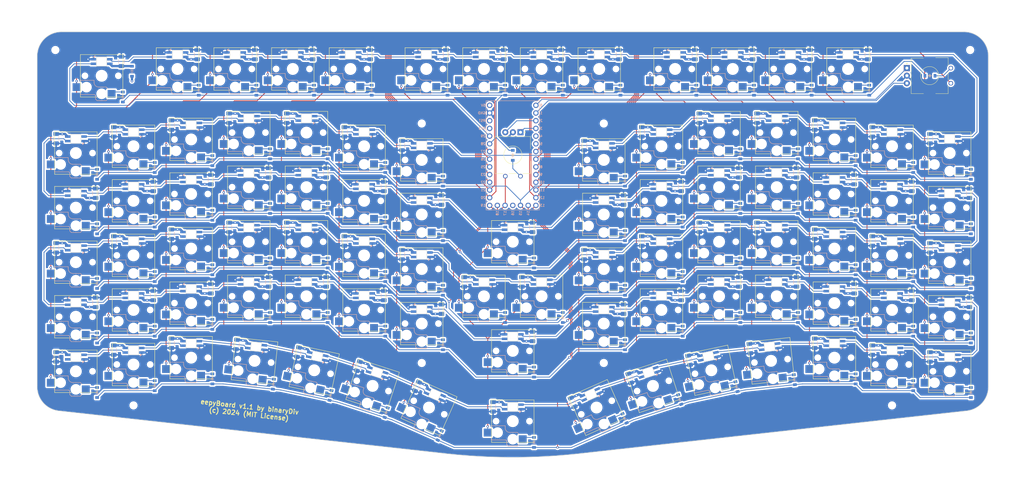
<source format=kicad_pcb>
(kicad_pcb
	(version 20240108)
	(generator "pcbnew")
	(generator_version "8.0")
	(general
		(thickness 1.6)
		(legacy_teardrops no)
	)
	(paper "A3")
	(title_block
		(title "eepyboard")
		(rev "1.1")
		(company "binaryDiv")
	)
	(layers
		(0 "F.Cu" signal)
		(1 "In1.Cu" power)
		(2 "In2.Cu" power)
		(31 "B.Cu" signal)
		(32 "B.Adhes" user "B.Adhesive")
		(33 "F.Adhes" user "F.Adhesive")
		(34 "B.Paste" user)
		(35 "F.Paste" user)
		(36 "B.SilkS" user "B.Silkscreen")
		(37 "F.SilkS" user "F.Silkscreen")
		(38 "B.Mask" user)
		(39 "F.Mask" user)
		(40 "Dwgs.User" user "User.Drawings")
		(41 "Cmts.User" user "User.Comments")
		(42 "Eco1.User" user "User.Eco1")
		(43 "Eco2.User" user "User.Eco2")
		(44 "Edge.Cuts" user)
		(45 "Margin" user)
		(46 "B.CrtYd" user "B.Courtyard")
		(47 "F.CrtYd" user "F.Courtyard")
		(48 "B.Fab" user)
		(49 "F.Fab" user)
	)
	(setup
		(stackup
			(layer "F.SilkS"
				(type "Top Silk Screen")
			)
			(layer "F.Paste"
				(type "Top Solder Paste")
			)
			(layer "F.Mask"
				(type "Top Solder Mask")
				(thickness 0.01)
			)
			(layer "F.Cu"
				(type "copper")
				(thickness 0.035)
			)
			(layer "dielectric 1"
				(type "prepreg")
				(thickness 0.1)
				(material "FR4")
				(epsilon_r 4.5)
				(loss_tangent 0.02)
			)
			(layer "In1.Cu"
				(type "copper")
				(thickness 0.035)
			)
			(layer "dielectric 2"
				(type "core")
				(thickness 1.24)
				(material "FR4")
				(epsilon_r 4.5)
				(loss_tangent 0.02)
			)
			(layer "In2.Cu"
				(type "copper")
				(thickness 0.035)
			)
			(layer "dielectric 3"
				(type "prepreg")
				(thickness 0.1)
				(material "FR4")
				(epsilon_r 4.5)
				(loss_tangent 0.02)
			)
			(layer "B.Cu"
				(type "copper")
				(thickness 0.035)
			)
			(layer "B.Mask"
				(type "Bottom Solder Mask")
				(thickness 0.01)
			)
			(layer "B.Paste"
				(type "Bottom Solder Paste")
			)
			(layer "B.SilkS"
				(type "Bottom Silk Screen")
			)
			(copper_finish "None")
			(dielectric_constraints no)
		)
		(pad_to_mask_clearance 0.05)
		(allow_soldermask_bridges_in_footprints no)
		(grid_origin 150.947813 96.5983)
		(pcbplotparams
			(layerselection 0x00010fc_ffffffff)
			(plot_on_all_layers_selection 0x0000000_00000000)
			(disableapertmacros no)
			(usegerberextensions no)
			(usegerberattributes yes)
			(usegerberadvancedattributes yes)
			(creategerberjobfile yes)
			(dashed_line_dash_ratio 12.000000)
			(dashed_line_gap_ratio 3.000000)
			(svgprecision 4)
			(plotframeref no)
			(viasonmask no)
			(mode 1)
			(useauxorigin no)
			(hpglpennumber 1)
			(hpglpenspeed 20)
			(hpglpendiameter 15.000000)
			(pdf_front_fp_property_popups yes)
			(pdf_back_fp_property_popups yes)
			(dxfpolygonmode yes)
			(dxfimperialunits yes)
			(dxfusepcbnewfont yes)
			(psnegative no)
			(psa4output no)
			(plotreference yes)
			(plotvalue yes)
			(plotfptext yes)
			(plotinvisibletext no)
			(sketchpadsonfab no)
			(subtractmaskfromsilk no)
			(outputformat 1)
			(mirror no)
			(drillshape 1)
			(scaleselection 1)
			(outputdirectory "")
		)
	)
	(net 0 "")
	(net 1 "rotary_top_right_a")
	(net 2 "rotary_top_right_b")
	(net 3 "rotary_center_b")
	(net 4 "rotary_center_a")
	(net 5 "GP4")
	(net 6 "GP5")
	(net 7 "COL15")
	(net 8 "COL14")
	(net 9 "COL13")
	(net 10 "COL12")
	(net 11 "COL11")
	(net 12 "COL10")
	(net 13 "COL9")
	(net 14 "ROW1")
	(net 15 "ROW2")
	(net 16 "ROW5")
	(net 17 "GP16")
	(net 18 "COL8")
	(net 19 "ROW4")
	(net 20 "VCC")
	(net 21 "GND")
	(net 22 "RST")
	(net 23 "3V3")
	(net 24 "led_din_function_esc")
	(net 25 "ROW6")
	(net 26 "COL1")
	(net 27 "COL2")
	(net 28 "COL3")
	(net 29 "COL4")
	(net 30 "COL5")
	(net 31 "COL6")
	(net 32 "COL7")
	(net 33 "ROW3")
	(net 34 "diode_main_left_mods")
	(net 35 "diode_main_left_bottom")
	(net 36 "diode_main_left_home")
	(net 37 "diode_main_left_top")
	(net 38 "diode_main_left_numbers")
	(net 39 "diode_main_zero_mods")
	(net 40 "diode_main_zero_bottom")
	(net 41 "diode_main_zero_home")
	(net 42 "diode_main_zero_top")
	(net 43 "diode_main_zero_numbers")
	(net 44 "diode_main_one_mods")
	(net 45 "diode_main_one_bottom")
	(net 46 "diode_main_one_home")
	(net 47 "diode_main_one_top")
	(net 48 "diode_main_one_numbers")
	(net 49 "diode_main_two_bottom")
	(net 50 "diode_main_two_home")
	(net 51 "diode_main_two_top")
	(net 52 "diode_main_two_numbers")
	(net 53 "diode_main_three_bottom")
	(net 54 "diode_main_three_home")
	(net 55 "diode_main_three_top")
	(net 56 "diode_main_three_numbers")
	(net 57 "diode_main_four_bottom")
	(net 58 "diode_main_four_home")
	(net 59 "diode_main_four_top")
	(net 60 "diode_main_four_numbers")
	(net 61 "diode_main_five_bottom")
	(net 62 "diode_main_five_home")
	(net 63 "diode_main_five_top")
	(net 64 "diode_main_five_numbers")
	(net 65 "diode_main_six_bottom")
	(net 66 "diode_main_six_home")
	(net 67 "diode_main_six_top")
	(net 68 "diode_main_six_numbers")
	(net 69 "diode_main_seven_bottom")
	(net 70 "diode_main_seven_home")
	(net 71 "diode_main_seven_top")
	(net 72 "diode_main_seven_numbers")
	(net 73 "diode_main_eight_bottom")
	(net 74 "diode_main_eight_home")
	(net 75 "diode_main_eight_top")
	(net 76 "diode_main_eight_numbers")
	(net 77 "diode_main_nine_bottom")
	(net 78 "diode_main_nine_home")
	(net 79 "diode_main_nine_top")
	(net 80 "diode_main_nine_numbers")
	(net 81 "diode_main_ten_mods")
	(net 82 "diode_main_ten_bottom")
	(net 83 "diode_main_ten_home")
	(net 84 "diode_main_ten_top")
	(net 85 "diode_main_ten_numbers")
	(net 86 "diode_main_eleven_mods")
	(net 87 "diode_main_eleven_bottom")
	(net 88 "diode_main_eleven_home")
	(net 89 "diode_main_eleven_top")
	(net 90 "diode_main_eleven_numbers")
	(net 91 "diode_main_twelve_mods")
	(net 92 "diode_main_twelve_bottom")
	(net 93 "diode_main_twelve_home")
	(net 94 "diode_main_twelve_top")
	(net 95 "diode_main_twelve_numbers")
	(net 96 "diode_thumb_one")
	(net 97 "diode_thumb_two")
	(net 98 "diode_thumb_three")
	(net 99 "diode_thumb_four")
	(net 100 "diode_mirror_thumb_one")
	(net 101 "diode_mirror_thumb_two")
	(net 102 "diode_mirror_thumb_three")
	(net 103 "diode_mirror_thumb_four")
	(net 104 "diode_thumb_center")
	(net 105 "diode_arrow_keys_down")
	(net 106 "diode_arrow_keys_left")
	(net 107 "diode_arrow_keys_up")
	(net 108 "diode_arrow_keys_right")
	(net 109 "diode_function_esc")
	(net 110 "diode_function_f1")
	(net 111 "diode_function_f2")
	(net 112 "diode_function_f3")
	(net 113 "diode_function_f4")
	(net 114 "diode_function_f5")
	(net 115 "diode_function_f6")
	(net 116 "diode_function_f7")
	(net 117 "diode_function_f8")
	(net 118 "diode_function_f9")
	(net 119 "diode_function_f10")
	(net 120 "diode_function_f11")
	(net 121 "diode_function_f12")
	(net 122 "diode_rotary_center")
	(net 123 "diode_rotary_top_right")
	(net 124 "led_din_main_left_mods")
	(net 125 "led_din_END_OF_CHAIN")
	(net 126 "led_din_main_left_home")
	(net 127 "led_din_main_left_bottom")
	(net 128 "led_din_main_left_numbers")
	(net 129 "led_din_main_left_top")
	(net 130 "led_din_main_zero_mods")
	(net 131 "led_din_main_zero_home")
	(net 132 "led_din_main_zero_numbers")
	(net 133 "led_din_main_one_mods")
	(net 134 "led_din_main_one_home")
	(net 135 "led_din_main_one_numbers")
	(net 136 "led_din_main_two_home")
	(net 137 "led_din_main_two_numbers")
	(net 138 "led_din_main_three_home")
	(net 139 "led_din_main_three_numbers")
	(net 140 "led_din_main_four_home")
	(net 141 "led_din_main_four_numbers")
	(net 142 "led_din_main_five_home")
	(net 143 "led_din_main_five_numbers")
	(net 144 "led_din_main_six_home")
	(net 145 "led_din_arrow_keys_right")
	(net 146 "led_din_main_six_numbers")
	(net 147 "led_din_main_seven_home")
	(net 148 "led_din_main_seven_numbers")
	(net 149 "led_din_main_eight_home")
	(net 150 "led_din_main_eight_numbers")
	(net 151 "led_din_main_nine_home")
	(net 152 "led_din_main_nine_numbers")
	(net 153 "led_din_main_ten_mods")
	(net 154 "led_din_mirror_thumb_one")
	(net 155 "led_din_main_ten_home")
	(net 156 "led_din_main_ten_numbers")
	(net 157 "led_din_main_eleven_mods")
	(net 158 "led_din_main_eleven_home")
	(net 159 "led_din_main_eleven_numbers")
	(net 160 "led_din_main_twelve_mods")
	(net 161 "led_din_main_twelve_home")
	(net 162 "led_din_main_twelve_numbers")
	(net 163 "led_din_thumb_one")
	(net 164 "led_din_thumb_two")
	(net 165 "led_din_thumb_three")
	(net 166 "led_din_thumb_four")
	(net 167 "led_din_mirror_thumb_two")
	(net 168 "led_din_mirror_thumb_three")
	(net 169 "led_din_mirror_thumb_four")
	(net 170 "led_din_thumb_center")
	(net 171 "led_din_arrow_keys_left")
	(net 172 "led_din_main_zero_bottom")
	(net 173 "led_din_main_zero_top")
	(net 174 "led_din_main_one_bottom")
	(net 175 "led_din_main_one_top")
	(net 176 "led_din_main_two_bottom")
	(net 177 "led_din_main_two_top")
	(net 178 "led_din_main_three_bottom")
	(net 179 "led_din_main_three_top")
	(net 180 "led_din_main_four_bottom")
	(net 181 "led_din_main_four_top")
	(net 182 "led_din_main_five_bottom")
	(net 183 "led_din_main_five_top")
	(net 184 "led_din_arrow_keys_down")
	(net 185 "led_din_arrow_keys_up")
	(net 186 "led_din_main_six_bottom")
	(net 187 "led_din_main_seven_bottom")
	(net 188 "led_din_main_six_top")
	(net 189 "led_din_main_seven_top")
	(net 190 "led_din_main_eight_bottom")
	(net 191 "led_din_main_eight_top")
	(net 192 "led_din_main_nine_bottom")
	(net 193 "led_din_main_nine_top")
	(net 194 "led_din_main_ten_bottom")
	(net 195 "led_din_main_ten_top")
	(net 196 "led_din_main_eleven_bottom")
	(net 197 "led_din_main_eleven_top")
	(net 198 "led_din_main_twelve_bottom")
	(net 199 "led_din_main_twelve_top")
	(net 200 "led_din_function_f1")
	(net 201 "VCC_first_led")
	(net 202 "led_din_function_f2")
	(net 203 "led_din_function_f3")
	(net 204 "led_din_function_f4")
	(net 205 "led_din_function_f5")
	(net 206 "led_din_function_f6")
	(net 207 "led_din_function_f7")
	(net 208 "led_din_function_f8")
	(net 209 "led_din_function_f9")
	(net 210 "led_din_function_f10")
	(net 211 "led_din_function_f11")
	(net 212 "led_din_function_f12")
	(footprint "SK6812-MINI-E" (layer "F.Cu") (at 74.947815 98.648302))
	(footprint "SK6812-MINI-E" (layer "F.Cu") (at 305.947814 109.898302 180))
	(footprint "PG1350" (layer "F.Cu") (at 153.507335 175.006174 168))
	(footprint "RotaryEncoder_EC12" (layer "F.Cu") (at 356.447813 77.848302))
	(footprint "PG1350" (layer "F.Cu") (at 329.447812 75.598299 180))
	(footprint "SK6812-MINI-E" (layer "F.Cu") (at 362.947814 116.648304 180))
	(footprint "PG1350" (layer "F.Cu") (at 284.388287 175.006174 -168))
	(footprint "SK6812-MINI-E" (layer "F.Cu") (at 267.947814 96.398303))
	(footprint "PG1350" (layer "F.Cu") (at 267.947811 137.098302 180))
	(footprint "PG1350" (layer "F.Cu") (at 108.447812 75.598302 180))
	(footprint "SK6812-MINI-E" (layer "F.Cu") (at 362.94781 152.648299 180))
	(footprint "PG1350" (layer "F.Cu") (at 209.447811 75.598305 180))
	(footprint "SK6812-MINI-E" (layer "F.Cu") (at 188.947814 118.898299 180))
	(footprint "SK6812-MINI-E" (layer "F.Cu") (at 247.447814 70.8983 180))
	(footprint "PG1350" (layer "F.Cu") (at 169.947811 155.0983 180))
	(footprint "PG1350" (layer "F.Cu") (at 324.947813 134.8483 180))
	(footprint "SK6812-MINI-E" (layer "F.Cu") (at 150.947814 145.898304 180))
	(footprint "PG1350" (layer "F.Cu") (at 362.947813 175.348306 180))
	(footprint "PG1350" (layer "F.Cu") (at 362.947811 121.348302 180))
	(footprint "SK6812-MINI-E" (layer "F.Cu") (at 93.947811 150.398301 180))
	(footprint "MountingHole_2.2mm_M2" (layer "F.Cu") (at 248.94781 172.5983))
	(footprint "PG1350" (layer "F.Cu") (at 267.947813 155.0983 180))
	(footprint "SK6812-MINI-E" (layer "F.Cu") (at 83.44781 73.148303 180))
	(footprint "PG1350" (layer "F.Cu") (at 150.947813 96.5983 180))
	(footprint "PG1350" (layer "F.Cu") (at 127.447812 75.598303 180))
	(footprint "SK6812-MINI-E" (layer "F.Cu") (at 362.947811 170.648298))
	(footprint "PG1350"
		(layer "F.Cu")
		(uuid "16d6eb47-7008-4ca2-b908-08382b5383a6")
		(at 112.947814 170.848303 180)
		(property "Reference" "S11"
			(at 0 0 0)
			(layer "F.SilkS")
			(hide yes)
			(uuid "e93a0d97-d9c6-4429-9e4b-70ecbd3f304a")
			(effects
				(font
					(size 1.27 1.27)
					(thickness 0.15)
				)
			)
		)
		(property "Value" ""
			(at 0 0 0)
			(layer "F.SilkS")
			(hide yes)
			(uuid "ccc4cb7d-253b-4185-a146-3bdc1405761d")
			(effects
				(font
					(size 1.27 1.27)
					(thickness 0.15)
				)
			)
		)
		(property "Footprint" ""
			(at 0 0 0)
			(layer "F.Fab")
			(hide yes)
			(uuid "c2ef10f3-9431-4521-a14e-776067e97aef")
			(effects
				(font
					(size 1.27 1.27)
					(thickness 0.15)
				)
			)
		)
		(property "Datasheet" ""
			(at 0 0 0)
			(layer "F.Fab")
			(hide yes)
			(uuid "bf826ac6-031e-4792-9a93-d240c13e9d6c")
			(effects
				(font
					(size 1.27 1.27)
					(thickness 0.15)
				)
			)
		)
		(property "Description" ""
			(at 0 0 0)
			(layer "F.Fab")
			(hide yes)
			(uuid "d86abfb2-83f1-46cd-aa4e-7f8ace5eaf25")
			(effects
				(font
					(size 1.27 1.27)
					(thickness 0.15)
				)
			)
		)
		(attr smd)
		(fp_line
			(start 7.000002 -1.500002)
			(end 6.999999 -2.000001)
			(stroke
				(width 0.15)
				(type solid)
			)
			(layer "B.SilkS")
			(uuid "88e20029-7aa7-410e-b1f4-55fabf2e54bc")
		)
		(fp_line
			(start 7 -5.600002)
			(end 7 -6.200002)
			(stroke
				(width 0.15)
				(type solid)
			)
			(layer "B.SilkS")
			(uuid "eb53fe87-1506-471f-bb90-bf1704f8df1a")
		)
		(fp_line
			(start 7 -6.200002)
			(end 2.499999 -6.199999)
			(stroke
				(width 0.15)
				(type solid)
			)
			(layer "B.SilkS")
			(uuid "3e0e832b-92c4-4258-a23b-063e7ab8074d")
		)
		(fp_line
			(start 2.5 -1.5)
			(end 7.000002 -1.500002)
			(stroke
				(width 0.15)
				(type solid)
			)
			(layer "B.SilkS")
			(uuid "1f0ff138-2485-4ec6-9caa-d34276d115c1")
		)
		(fp_line
			(start 2.5 -2.2)
			(end 2.5 -1.5)
			(stroke
				(width 0.15)
				(type solid)
			)
			(layer "B.SilkS")
			(uuid "dbca5983-cce9-49a2-91ab-41b242e89414")
		)
		(fp_line
			(start 1.999999 -6.7)
			(end 2 -7.7)
			(stroke
				(width 0.15)
				(type solid)
			)
			(layer "B.SilkS")
			(uuid "ef9f949d-2df2-4a21-aab6-cbd866b19b8a")
		)
		(fp_line
			(start 1.500001 -8.199999)
			(end 2 -7.7)
			(stroke
				(width 0.15)
				(type solid)
			)
			(layer "B.SilkS")
			(uuid "a8d37b75-eed0-4729-8ec6-91aa33901479")
		)
		(fp_line
			(start -1.5 -3.7)
			(end 0.999997 -3.699999)
			(stroke
				(width 0.15)
				(type solid)
			)
			(layer "B.SilkS")
			(uuid "04b57a73-d61e-4864-a77d-a654337c5a46")
		)
		(fp_line
			(start -1.5 -8.200001)
			(end 1.500001 -8.199999)
			(stroke
				(width 0.15)
				(type solid)
			)
			(layer "B.SilkS")
			(uuid "94e4fb20-bf9b-4f90-8938-8fba854244bb")
		)
		(fp_line
			(start -2 -4.199999)
			(end -1.5 -3.7)
			(stroke
				(width 0.15)
				(type solid)
			)
			(layer "B.SilkS")
			(uuid "1650c8ce-b17b-4596-9f59-68fdca9090d2")
		)
		(fp_line
			(start -2 -7.7)
			(end -1.5 -8.200001)
			(stroke
				(width 0.15)
				(type solid)
			)
			(layer "B.SilkS")
			(uuid "81615d90-6cc3-45e0-8d5c-3f408585c8ee")
		)
		(fp_arc
			(start 2.499999 -6.199999)
			(mid 2.146446 -6.346446)
			(end 1.999999 -6.7)
			(stroke
				(width 0.15)
				(type solid)
			)
			(layer "B.SilkS")
			(uuid "75d2d49e-8c6c-4ce1-8e24-658508147387")
		)
		(fp_arc
			(start 0.999997 -3.699999)
			(mid 2.060658 -3.260661)
			(end 2.5 -2.2)
			(stroke
				(width 0.15)
				(type solid)
			)
			(layer "B.SilkS")
			(uuid "4f7600fd-0031-448e-8623-c21945b64eaa")
		)
		(fp_line
			(start 7.000001 7)
			(end -7 7.000001)
			(stroke
				(width 0.15)
				(type solid)
			)
			(layer "F.SilkS")
			(uuid "c5476447-b3f6-4419-8cd7-35b358e22bc2")
		)
		(fp_line
			(start 7 -7.000001)
			(end 7.000001 7)
			(stroke
				(width 0.15)
				(type solid)
			)
			(layer "F.SilkS")
			(uuid "6070924e-715d-42cf-975a-8b9a243ddeb0")
		)
		(fp_line
			(start 1.500002 -7.000002)
			(end 7 -7.000001)
			(stroke
				(width 0.15)
				(type solid)
			)
			(layer "F.SilkS")
			(uuid "2fb0dad5-ee07-47a9-ac30-855c358c0716")
		)
		(fp_line
			(start -7 7.000001)
			(end -7.000001 -7)
			(stroke
				(width 0.15)
				(type solid)
			)
			(layer "F.SilkS")
			(uuid "e6e6d558-446a-4a07-94a3-a8bcd7ca779b")
		)
		(fp_line
			(start -7.000001 -7)
			(end -1.500002 -7.000002)
			
... [6770821 chars truncated]
</source>
